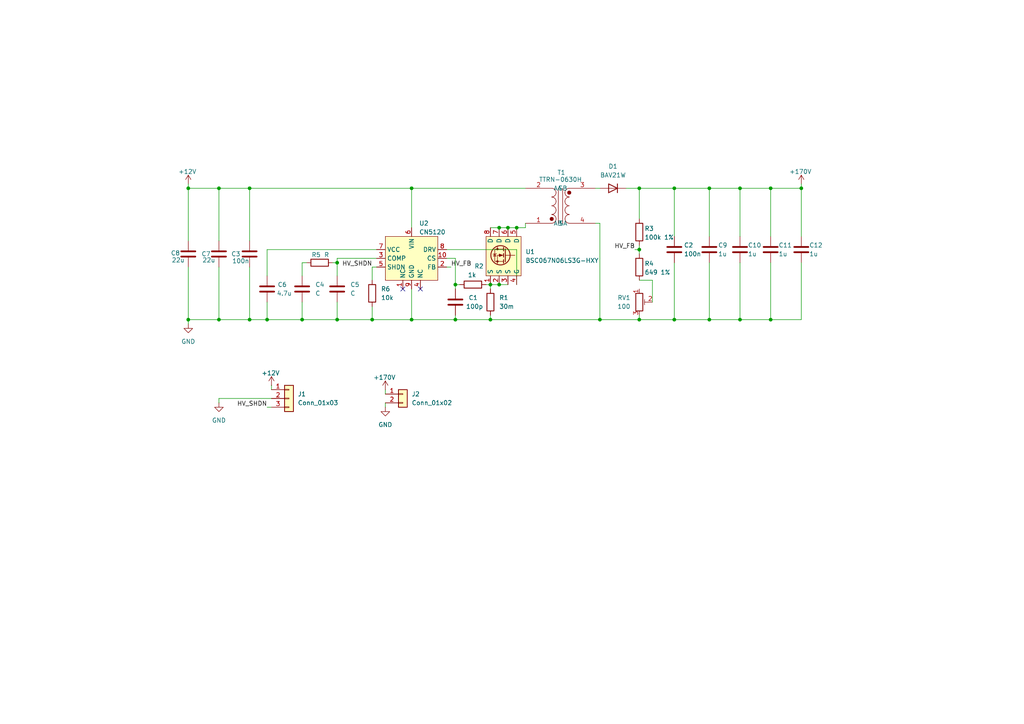
<source format=kicad_sch>
(kicad_sch (version 20231120) (generator "eeschema") (generator_version "8.0")
  (paper "A4")
  (title_block (title "uNixiePSU") (date "2024-10-28") (rev "0") (company "Riccardo Iacob, Arwid Vasilev") (comment 1 "Open Source Hardware - CC BY-NC License"))
  (lib_symbols
    (symbol "Connector_Generic:Conn_01x02" (pin_names (offset 1.016) hide)
      (property "Reference" "J" (at 0 2.54 0))
      (property "Value" "Conn_01x02" (at 0 -5.08 0))
      (symbol "Conn_01x02_1_1"
        (rectangle (start -1.27 -2.413) (end 0 -2.667) (stroke (width 0.1524)))
        (rectangle (start -1.27 0.127) (end 0 -0.127) (stroke (width 0.1524)))
        (rectangle (start -1.27 1.27) (end 1.27 -3.81) (stroke (width 0.254)) (fill (type background)))
        (pin passive line (at -5.08 0 0) (length 3.81) (name "Pin_1") (number "1"))
        (pin passive line (at -5.08 -2.54 0) (length 3.81) (name "Pin_2") (number "2"))
      )
    )
    (symbol "Connector_Generic:Conn_01x03" (pin_names (offset 1.016) hide)
      (property "Reference" "J" (at 0 5.08 0))
      (property "Value" "Conn_01x03" (at 0 -5.08 0))
      (symbol "Conn_01x03_1_1"
        (rectangle (start -1.27 -2.413) (end 0 -2.667) (stroke (width 0.1524)))
        (rectangle (start -1.27 0.127) (end 0 -0.127) (stroke (width 0.1524)))
        (rectangle (start -1.27 2.667) (end 0 2.413) (stroke (width 0.1524)))
        (rectangle (start -1.27 3.81) (end 1.27 -3.81) (stroke (width 0.254)) (fill (type background)))
        (pin passive line (at -5.08 2.54 0) (length 3.81) (name "Pin_1") (number "1"))
        (pin passive line (at -5.08 0 0) (length 3.81) (name "Pin_2") (number "2"))
        (pin passive line (at -5.08 -2.54 0) (length 3.81) (name "Pin_3") (number "3"))
      )
    )
    (symbol "Device:C" (pin_numbers hide) (pin_names (offset 0.254))
      (property "Reference" "C" (at 0.635 2.54 0))
      (property "Value" "C" (at 0.635 -2.54 0))
      (symbol "C_0_1"
        (polyline (pts (xy -2.032 -0.762) (xy 2.032 -0.762)) (stroke (width 0.508)))
        (polyline (pts (xy -2.032 0.762) (xy 2.032 0.762)) (stroke (width 0.508)))
      )
      (symbol "C_1_1"
        (pin passive line (at 0 3.81 270) (length 2.794) (name "~") (number "1"))
        (pin passive line (at 0 -3.81 90) (length 2.794) (name "~") (number "2"))
      )
    )
    (symbol "Device:D" (pin_numbers hide) (pin_names (offset 1.016) hide)
      (property "Reference" "D" (at 0 2.54 0))
      (property "Value" "D" (at 0 -2.54 0))
      (symbol "D_0_1"
        (polyline (pts (xy -1.27 1.27) (xy -1.27 -1.27)) (stroke (width 0.254)))
        (polyline (pts (xy 1.27 0) (xy -1.27 0)))
        (polyline (pts (xy 1.27 1.27) (xy 1.27 -1.27) (xy -1.27 0) (xy 1.27 1.27)) (stroke (width 0.254)))
      )
      (symbol "D_1_1"
        (pin passive line (at -3.81 0 0) (length 2.54) (name "K") (number "1"))
        (pin passive line (at 3.81 0 180) (length 2.54) (name "A") (number "2"))
      )
    )
    (symbol "Device:R" (pin_numbers hide) (pin_names (offset 0))
      (property "Reference" "R" (at 2.032 0 90))
      (property "Value" "R" (at 0 0 90))
      (symbol "R_0_1"
        (rectangle (start -1.016 -2.54) (end 1.016 2.54) (stroke (width 0.254)))
      )
      (symbol "R_1_1"
        (pin passive line (at 0 3.81 270) (length 1.27) (name "~") (number "1"))
        (pin passive line (at 0 -3.81 90) (length 1.27) (name "~") (number "2"))
      )
    )
    (symbol "Device:R_Potentiometer_Trim" (pin_names (offset 1.016) hide)
      (property "Reference" "RV" (at -4.445 0 90))
      (property "Value" "R_Potentiometer_Trim" (at -2.54 0 90))
      (symbol "R_Potentiometer_Trim_0_1"
        (polyline (pts (xy 1.524 0.762) (xy 1.524 -0.762)))
        (polyline (pts (xy 2.54 0) (xy 1.524 0)))
        (rectangle (start 1.016 2.54) (end -1.016 -2.54) (stroke (width 0.254)))
      )
      (symbol "R_Potentiometer_Trim_1_1"
        (pin passive line (at 0 3.81 270) (length 1.27) (name "1") (number "1"))
        (pin passive line (at 3.81 0 180) (length 1.27) (name "2") (number "2"))
        (pin passive line (at 0 -3.81 90) (length 1.27) (name "3") (number "3"))
      )
    )
    (symbol "Riacob:CN5120"
      (property "Reference" "U" (at -4.064 2.794 0))
      (symbol "CN5120_0_1"
        (rectangle (start -1.27 2.54) (end 13.97 -10.16) (fill (type background)))
      )
      (symbol "CN5120_1_1"
        (pin input line (at 3.81 -12.7 90) (length 2.54) (name "NC") (number "1"))
        (pin input line (at 16.51 -3.81 180) (length 2.54) (name "CS") (number "10"))
        (pin input line (at 16.51 -6.35 180) (length 2.54) (name "FB") (number "2"))
        (pin input line (at -3.81 -3.81 0) (length 2.54) (name "COMP") (number "3"))
        (pin input line (at 8.89 -12.7 90) (length 2.54) (name "NC") (number "4"))
        (pin input line (at -3.81 -6.35 0) (length 2.54) (name "SHDN") (number "5"))
        (pin input line (at 6.35 5.08 270) (length 2.54) (name "VIN") (number "6"))
        (pin input line (at -3.81 -1.27 0) (length 2.54) (name "VCC") (number "7"))
        (pin input line (at 16.51 -1.27 180) (length 2.54) (name "DRV") (number "8"))
        (pin input line (at 6.35 -12.7 90) (length 2.54) (name "GND") (number "9"))
      )
    )
    (symbol "Riacob:Q_NMOS_DFN5x6"
      (property "Reference" "U" (at 17.78 0 0))
      (symbol "Q_NMOS_DFN5x6_0_1"
        (polyline (pts (xy 23.622 4.699) (xy 23.622 3.937)))
        (polyline (pts (xy 25.4 0.889) (xy 25.4 -0.127)) (stroke (width 0.254)))
        (polyline (pts (xy 25.4 2.667) (xy 25.4 1.651)) (stroke (width 0.254)))
        (polyline (pts (xy 25.4 4.445) (xy 25.4 3.429)) (stroke (width 0.254)))
        (polyline (pts (xy 25.908 2.159) (xy 28.702 2.159)))
        (polyline (pts (xy 25.908 4.064) (xy 25.908 0.254)) (stroke (width 0.254)))
        (polyline (pts (xy 23.622 -0.381) (xy 23.622 2.159) (xy 25.4 2.159)))
        (polyline (pts (xy 22.86 2.54) (xy 23.241 1.905) (xy 22.479 1.905) (xy 22.86 2.54)))
        (polyline (pts (xy 23.368 2.667) (xy 23.241 2.54) (xy 22.479 2.54) (xy 22.352 2.413)))
        (polyline (pts (xy 25.146 2.159) (xy 24.13 2.54) (xy 24.13 1.778) (xy 25.146 2.159)) (fill (type outline)))
        (polyline (pts (xy 25.4 0.381) (xy 22.86 0.381) (xy 22.86 3.937) (xy 25.4 3.937)))
        (rectangle (start 20.32 7.62) (end 30.48 -3.81) (fill (type background)))
        (circle (center 23.622 0.381) (radius 0.254) (fill (type outline)))
        (circle (center 23.622 3.937) (radius 0.254) (fill (type outline)))
        (circle (center 24.511 2.159) (radius 2.794) (stroke (width 0.254)))
      )
      (symbol "Q_NMOS_DFN5x6_1_1"
        (pin input line (at 21.59 -6.35 90) (length 2.54) (name "S") (number "1"))
        (pin input line (at 24.13 -6.35 90) (length 2.54) (name "S") (number "2"))
        (pin input line (at 26.67 -6.35 90) (length 2.54) (name "S") (number "3"))
        (pin input line (at 29.21 -6.35 90) (length 2.54) (name "G") (number "4"))
        (pin input line (at 29.21 10.16 270) (length 2.54) (name "D") (number "5"))
        (pin input line (at 26.67 10.16 270) (length 2.54) (name "D") (number "6"))
        (pin input line (at 24.13 10.16 270) (length 2.54) (name "D") (number "7"))
        (pin input line (at 21.59 10.16 270) (length 2.54) (name "D") (number "8"))
      )
    )
    (symbol "Riacob:TFM_TTRN-0630H"
      (property "Reference" "T" (at -4.064 -6.604 0))
      (symbol "TFM_TTRN-0630H_0_1"
        (arc (start -6.35 -3.7846) (mid -5.4661 -3.4163) (end -5.08 -2.54))
        (circle (center -6.35 -2.54) (radius 0.5) (fill (type outline)))
        (arc (start -6.35 -1.2446) (mid -5.4661 -0.8763) (end -5.08 0))
        (arc (start -6.35 1.2954) (mid -5.4661 1.6637) (end -5.08 2.54))
        (arc (start -6.35 3.8354) (mid -5.4661 4.2037) (end -5.08 5.08))
        (arc (start -5.08 -2.54) (mid -5.452 -1.642) (end -6.35 -1.27))
        (arc (start -5.08 0) (mid -5.452 0.898) (end -6.35 1.27))
        (arc (start -5.08 2.54) (mid -5.452 3.438) (end -6.35 3.81))
        (arc (start -5.08 5.08) (mid -5.452 5.978) (end -6.35 6.35))
        (arc (start -2.5146 0) (mid -2.1501 -0.8801) (end -1.27 -1.2446))
        (arc (start -2.5146 2.54) (mid -2.1501 1.6599) (end -1.27 1.2954))
        (arc (start -2.5146 5.08) (mid -2.1501 4.1999) (end -1.27 3.8354))
        (arc (start -2.4892 -2.54) (mid -2.1246 -3.4199) (end -1.2446 -3.7846))
        (arc (start -1.27 1.27) (mid -2.1642 0.9015) (end -2.5146 0))
        (arc (start -1.27 3.81) (mid -2.1642 3.4415) (end -2.5146 2.54))
        (circle (center -1.27 5.08) (radius 0.5) (fill (type outline)))
        (arc (start -1.27 6.35) (mid -2.1642 5.9815) (end -2.5146 5.08))
        (arc (start -1.2446 -1.27) (mid -2.1391 -1.6383) (end -2.4892 -2.54))
        (polyline (pts (xy -4.445 6.35) (xy -4.445 -3.81)))
        (polyline (pts (xy -3.175 -3.81) (xy -3.175 6.35)))
      )
      (symbol "TFM_TTRN-0630H_1_1"
        (pin passive line (at -13.97 -3.81 0) (length 7.62) (name "AB") (number "1"))
        (pin passive line (at -13.97 6.35 0) (length 7.62) (name "AA") (number "2"))
        (pin passive line (at 6.35 6.35 180) (length 7.62) (name "SB") (number "3"))
        (pin passive line (at 6.35 -3.81 180) (length 7.62) (name "SA") (number "4"))
      )
    )
    (symbol "power:GND" (power) (pin_numbers hide) (pin_names (offset 0) hide)
      (property "Value" "GND" (at 0 -3.81 0))
      (symbol "GND_0_1"
        (polyline (pts (xy 0 0) (xy 0 -1.27) (xy 1.27 -1.27) (xy 0 -2.54) (xy -1.27 -1.27) (xy 0 -1.27)))
      )
      (symbol "GND_1_1"
        (pin power_in line (at 0 0 270) (length 0) (name "~") (number "1"))
      )
    )
    (symbol "power:VCC" (power) (pin_numbers hide) (pin_names (offset 0) hide)
      (property "Value" "VCC" (at 0 3.556 0))
      (symbol "VCC_0_1"
        (polyline (pts (xy -0.762 1.27) (xy 0 2.54)))
        (polyline (pts (xy 0 0) (xy 0 2.54)))
        (polyline (pts (xy 0 2.54) (xy 0.762 1.27)))
      )
      (symbol "VCC_1_1"
        (pin power_in line (at 0 0 90) (length 0) (name "~") (number "1"))
      )
    )
  )
  (junction (at 63.5 92.71))
  (junction (at 147.32 66.04))
  (junction (at 77.47 92.71))
  (junction (at 132.08 92.71))
  (junction (at 205.74 54.61))
  (junction (at 97.79 92.71))
  (junction (at 149.86 66.04))
  (junction (at 119.38 54.61))
  (junction (at 132.08 82.55))
  (junction (at 214.63 54.61))
  (junction (at 63.5 54.61))
  (junction (at 119.38 92.71))
  (junction (at 223.52 92.71))
  (junction (at 144.78 66.04))
  (junction (at 54.61 54.61))
  (junction (at 87.63 92.71))
  (junction (at 185.42 54.61))
  (junction (at 205.74 92.71))
  (junction (at 142.24 92.71))
  (junction (at 223.52 54.61))
  (junction (at 72.39 54.61))
  (junction (at 185.42 72.39))
  (junction (at 214.63 92.71))
  (junction (at 107.95 92.71))
  (junction (at 195.58 92.71))
  (junction (at 195.58 54.61))
  (junction (at 142.24 82.55))
  (junction (at 97.79 76.2))
  (junction (at 185.42 92.71))
  (junction (at 54.61 92.71))
  (junction (at 144.78 82.55))
  (junction (at 173.99 92.71))
  (junction (at 232.41 54.61))
  (junction (at 72.39 92.71))
  (no_connect (at 116.84 83.82))
  (no_connect (at 121.92 83.82))
  (wire (pts (xy 232.41 53.34) (xy 232.41 54.61)))
  (wire (pts (xy 107.95 88.9) (xy 107.95 92.71)))
  (wire (pts (xy 223.52 54.61) (xy 232.41 54.61)))
  (wire (pts (xy 63.5 115.57) (xy 63.5 116.84)))
  (wire (pts (xy 87.63 80.01) (xy 87.63 76.2)))
  (wire (pts (xy 142.24 82.55) (xy 144.78 82.55)))
  (wire (pts (xy 132.08 91.44) (xy 132.08 92.71)))
  (wire (pts (xy 185.42 63.5) (xy 185.42 54.61)))
  (wire (pts (xy 185.42 72.39) (xy 185.42 73.66)))
  (wire (pts (xy 130.81 77.47) (xy 129.54 77.47)))
  (wire (pts (xy 185.42 91.44) (xy 185.42 92.71)))
  (wire (pts (xy 173.99 64.77) (xy 173.99 92.71)))
  (wire (pts (xy 54.61 92.71) (xy 54.61 93.98)))
  (wire (pts (xy 142.24 82.55) (xy 142.24 83.82)))
  (wire (pts (xy 140.97 82.55) (xy 142.24 82.55)))
  (wire (pts (xy 232.41 68.58) (xy 232.41 54.61)))
  (wire (pts (xy 147.32 66.04) (xy 149.86 66.04)))
  (wire (pts (xy 149.86 72.39) (xy 149.86 82.55)))
  (wire (pts (xy 133.35 82.55) (xy 132.08 82.55)))
  (wire (pts (xy 132.08 92.71) (xy 142.24 92.71)))
  (wire (pts (xy 54.61 77.47) (xy 54.61 92.71)))
  (wire (pts (xy 54.61 92.71) (xy 63.5 92.71)))
  (wire (pts (xy 152.4 66.04) (xy 152.4 64.77)))
  (wire (pts (xy 107.95 92.71) (xy 119.38 92.71)))
  (wire (pts (xy 214.63 54.61) (xy 223.52 54.61)))
  (wire (pts (xy 189.23 81.28) (xy 185.42 81.28)))
  (wire (pts (xy 97.79 92.71) (xy 107.95 92.71)))
  (wire (pts (xy 185.42 71.12) (xy 185.42 72.39)))
  (wire (pts (xy 181.61 54.61) (xy 185.42 54.61)))
  (wire (pts (xy 223.52 68.58) (xy 223.52 54.61)))
  (wire (pts (xy 96.52 76.2) (xy 97.79 76.2)))
  (wire (pts (xy 87.63 76.2) (xy 88.9 76.2)))
  (wire (pts (xy 132.08 82.55) (xy 132.08 83.82)))
  (wire (pts (xy 195.58 54.61) (xy 185.42 54.61)))
  (wire (pts (xy 97.79 80.01) (xy 97.79 76.2)))
  (wire (pts (xy 77.47 118.11) (xy 78.74 118.11)))
  (wire (pts (xy 195.58 76.2) (xy 195.58 92.71)))
  (wire (pts (xy 119.38 92.71) (xy 132.08 92.71)))
  (wire (pts (xy 77.47 80.01) (xy 77.47 72.39)))
  (wire (pts (xy 144.78 82.55) (xy 147.32 82.55)))
  (wire (pts (xy 214.63 54.61) (xy 205.74 54.61)))
  (wire (pts (xy 223.52 76.2) (xy 223.52 92.71)))
  (wire (pts (xy 129.54 74.93) (xy 132.08 74.93)))
  (wire (pts (xy 77.47 72.39) (xy 109.22 72.39)))
  (wire (pts (xy 205.74 54.61) (xy 205.74 68.58)))
  (wire (pts (xy 97.79 74.93) (xy 97.79 76.2)))
  (wire (pts (xy 205.74 92.71) (xy 195.58 92.71)))
  (wire (pts (xy 132.08 74.93) (xy 132.08 82.55)))
  (wire (pts (xy 232.41 92.71) (xy 223.52 92.71)))
  (wire (pts (xy 72.39 54.61) (xy 119.38 54.61)))
  (wire (pts (xy 214.63 92.71) (xy 205.74 92.71)))
  (wire (pts (xy 172.72 54.61) (xy 173.99 54.61)))
  (wire (pts (xy 173.99 64.77) (xy 172.72 64.77)))
  (wire (pts (xy 72.39 92.71) (xy 77.47 92.71)))
  (wire (pts (xy 119.38 54.61) (xy 119.38 66.04)))
  (wire (pts (xy 72.39 69.85) (xy 72.39 54.61)))
  (wire (pts (xy 144.78 66.04) (xy 147.32 66.04)))
  (wire (pts (xy 142.24 91.44) (xy 142.24 92.71)))
  (wire (pts (xy 107.95 77.47) (xy 107.95 81.28)))
  (wire (pts (xy 214.63 68.58) (xy 214.63 54.61)))
  (wire (pts (xy 77.47 87.63) (xy 77.47 92.71)))
  (wire (pts (xy 54.61 54.61) (xy 63.5 54.61)))
  (wire (pts (xy 63.5 69.85) (xy 63.5 54.61)))
  (wire (pts (xy 97.79 74.93) (xy 109.22 74.93)))
  (wire (pts (xy 205.74 54.61) (xy 195.58 54.61)))
  (wire (pts (xy 214.63 76.2) (xy 214.63 92.71)))
  (wire (pts (xy 54.61 53.34) (xy 54.61 54.61)))
  (wire (pts (xy 87.63 87.63) (xy 87.63 92.71)))
  (wire (pts (xy 77.47 92.71) (xy 87.63 92.71)))
  (wire (pts (xy 189.23 87.63) (xy 189.23 81.28)))
  (wire (pts (xy 111.76 113.03) (xy 111.76 114.3)))
  (wire (pts (xy 107.95 77.47) (xy 109.22 77.47)))
  (wire (pts (xy 63.5 92.71) (xy 72.39 92.71)))
  (wire (pts (xy 232.41 76.2) (xy 232.41 92.71)))
  (wire (pts (xy 185.42 92.71) (xy 195.58 92.71)))
  (wire (pts (xy 195.58 68.58) (xy 195.58 54.61)))
  (wire (pts (xy 111.76 116.84) (xy 111.76 118.11)))
  (wire (pts (xy 142.24 66.04) (xy 144.78 66.04)))
  (wire (pts (xy 119.38 83.82) (xy 119.38 92.71)))
  (wire (pts (xy 63.5 54.61) (xy 72.39 54.61)))
  (wire (pts (xy 129.54 72.39) (xy 149.86 72.39)))
  (wire (pts (xy 78.74 115.57) (xy 63.5 115.57)))
  (wire (pts (xy 97.79 87.63) (xy 97.79 92.71)))
  (wire (pts (xy 63.5 77.47) (xy 63.5 92.71)))
  (wire (pts (xy 223.52 92.71) (xy 214.63 92.71)))
  (wire (pts (xy 149.86 66.04) (xy 152.4 66.04)))
  (wire (pts (xy 54.61 69.85) (xy 54.61 54.61)))
  (wire (pts (xy 87.63 92.71) (xy 97.79 92.71)))
  (wire (pts (xy 173.99 92.71) (xy 185.42 92.71)))
  (wire (pts (xy 142.24 92.71) (xy 173.99 92.71)))
  (wire (pts (xy 184.15 72.39) (xy 185.42 72.39)))
  (wire (pts (xy 205.74 76.2) (xy 205.74 92.71)))
  (wire (pts (xy 152.4 54.61) (xy 119.38 54.61)))
  (wire (pts (xy 78.74 111.76) (xy 78.74 113.03)))
  (wire (pts (xy 72.39 77.47) (xy 72.39 92.71)))
  (label "HV_FB" (at 130.81 77.47 0))
  (label "HV_FB" (at 184.15 72.39 180))
  (label "HV_SHDN" (at 107.95 77.47 180))
  (label "HV_SHDN" (at 77.47 118.11 180))
  (symbol (lib_id "Device:R") (at 137.16 82.55 270) (unit 1)
    (property "Reference" "R2" (at 138.938 77.216 90))
    (property "Value" "1k" (at 136.906 79.756 90))
    (property "Footprint" "Resistor_SMD:R_0603_1608Metric" (effects (hide yes)))
    (property "Description" "Resistor" (effects (hide yes)))
    (property "LCSC" "C2907113" (effects (hide yes)))
  )
  (symbol (lib_id "Device:C") (at 63.5 73.66 0) (unit 1)
    (property "Reference" "C7" (at 58.42 73.66 0) (effects (justify left)))
    (property "Value" "22u" (at 58.674 75.438 0) (effects (justify left)))
    (property "Footprint" "Capacitor_SMD:C_0805_2012Metric" (effects (hide yes)))
    (property "Description" "Unpolarized capacitor" (effects (hide yes)))
    (property "LCSC" "C6119898" (effects (hide yes)))
  )
  (symbol (lib_id "Device:R") (at 185.42 67.31 0) (unit 1)
    (property "Reference" "R3" (at 186.944 66.294 0) (effects (justify left)))
    (property "Value" "100k 1%" (at 186.944 68.834 0) (effects (justify left)))
    (property "Footprint" "Resistor_SMD:R_0805_2012Metric" (effects (hide yes)))
    (property "Description" "Resistor" (effects (hide yes)))
    (property "LCSC" "C2907217" (effects (hide yes)))
  )
  (symbol (lib_id "Device:C") (at 77.47 83.82 0) (unit 1)
    (property "Reference" "C6" (at 80.518 82.55 0) (effects (justify left)))
    (property "Value" "4.7u" (at 80.264 85.09 0) (effects (justify left)))
    (property "Footprint" "Capacitor_SMD:C_0603_1608Metric" (effects (hide yes)))
    (property "Description" "Unpolarized capacitor" (effects (hide yes)))
    (property "LCSC" "C6119855" (effects (hide yes)))
  )
  (symbol (lib_id "Device:C") (at 97.79 83.82 0) (unit 1)
    (property "Reference" "C5" (at 101.6 82.5499 0) (effects (justify left)))
    (property "Value" "C" (at 101.6 85.0899 0) (effects (justify left)))
    (property "Footprint" "Capacitor_SMD:C_0603_1608Metric" (effects (hide yes)))
    (property "Description" "Unpolarized capacitor" (effects (hide yes)))
  )
  (symbol (lib_id "Device:C") (at 72.39 73.66 0) (unit 1)
    (property "Reference" "C3" (at 67.056 73.66 0) (effects (justify left)))
    (property "Value" "100n" (at 67.31 75.692 0) (effects (justify left)))
    (property "Footprint" "Capacitor_SMD:C_0603_1608Metric" (effects (hide yes)))
    (property "Description" "Unpolarized capacitor" (effects (hide yes)))
    (property "LCSC" "C7503480" (effects (hide yes)))
  )
  (symbol (lib_id "Device:C") (at 214.63 72.39 0) (unit 1)
    (property "Reference" "C10" (at 216.916 71.12 0) (effects (justify left)))
    (property "Value" "1u" (at 216.916 73.66 0) (effects (justify left)))
    (property "Footprint" "Capacitor_SMD:C_1812_4532Metric" (effects (hide yes)))
    (property "Description" "Unpolarized capacitor" (effects (hide yes)))
    (property "LCSC" "C840322" (effects (hide yes)))
  )
  (symbol (lib_id "Device:R") (at 92.71 76.2 270) (unit 1)
    (property "Reference" "R5" (at 91.694 73.914 90))
    (property "Value" "R" (at 94.742 73.914 90))
    (property "Footprint" "Resistor_SMD:R_0603_1608Metric" (effects (hide yes)))
    (property "Description" "Resistor" (effects (hide yes)))
  )
  (symbol (lib_id "power:GND") (at 63.5 116.84 0) (unit 1)
    (property "Reference" "#PWR07" (effects (hide yes)))
    (property "Value" "GND" (at 63.5 121.92 0))
    (property "Description" "Power symbol creates a global label with name \"GND\" , ground" (effects (hide yes)))
  )
  (symbol (lib_id "Device:C") (at 205.74 72.39 0) (unit 1)
    (property "Reference" "C9" (at 208.28 71.12 0) (effects (justify left)))
    (property "Value" "1u" (at 208.28 73.66 0) (effects (justify left)))
    (property "Footprint" "Capacitor_SMD:C_1812_4532Metric" (effects (hide yes)))
    (property "Description" "Unpolarized capacitor" (effects (hide yes)))
    (property "LCSC" "C840322" (effects (hide yes)))
  )
  (symbol (lib_id "power:VCC") (at 78.74 111.76 0) (unit 1)
    (property "Reference" "#PWR06" (effects (hide yes)))
    (property "Value" "+12V" (at 78.486 108.204 0))
    (property "Description" "Power symbol creates a global label with name \"VCC\"" (effects (hide yes)))
  )
  (symbol (lib_id "power:GND") (at 54.61 93.98 0) (unit 1)
    (property "Reference" "#PWR01" (effects (hide yes)))
    (property "Value" "GND" (at 54.61 99.06 0))
    (property "Description" "Power symbol creates a global label with name \"GND\" , ground" (effects (hide yes)))
  )
  (symbol (lib_id "Device:C") (at 132.08 87.63 0) (unit 1)
    (property "Reference" "C1" (at 135.89 86.3599 0) (effects (justify left)))
    (property "Value" "100p" (at 135.128 88.9 0) (effects (justify left)))
    (property "Footprint" "Capacitor_SMD:C_0805_2012Metric" (effects (hide yes)))
    (property "Description" "Unpolarized capacitor" (effects (hide yes)))
    (property "LCSC" "C5186766" (effects (hide yes)))
  )
  (symbol (lib_id "Riacob:TFM_TTRN-0630H") (at 166.37 60.96 0) (unit 1)
    (property "Reference" "T1" (at 162.814 50.038 0))
    (property "Value" "TTRN-0630H" (at 162.56 52.07 0))
    (property "Footprint" "Riacob:TFM_TTRN-0630H" (effects (hide yes)))
  )
  (symbol (lib_id "Device:C") (at 195.58 72.39 0) (unit 1)
    (property "Reference" "C2" (at 198.374 71.12 0) (effects (justify left)))
    (property "Value" "100n" (at 198.374 73.66 0) (effects (justify left)))
    (property "Footprint" "Capacitor_SMD:C_1206_3216Metric" (effects (hide yes)))
    (property "Description" "Unpolarized capacitor" (effects (hide yes)))
    (property "LCSC" "C7503480" (effects (hide yes)))
  )
  (symbol (lib_id "Device:C") (at 54.61 73.66 0) (unit 1)
    (property "Reference" "C8" (at 49.53 73.406 0) (effects (justify left)))
    (property "Value" "22u" (at 49.784 75.438 0) (effects (justify left)))
    (property "Footprint" "Capacitor_SMD:C_0805_2012Metric" (effects (hide yes)))
    (property "Description" "Unpolarized capacitor" (effects (hide yes)))
    (property "LCSC" "C6119898" (effects (hide yes)))
  )
  (symbol (lib_id "power:GND") (at 111.76 118.11 0) (unit 1)
    (property "Reference" "#PWR05" (effects (hide yes)))
    (property "Value" "GND" (at 111.76 123.19 0))
    (property "Description" "Power symbol creates a global label with name \"GND\" , ground" (effects (hide yes)))
  )
  (symbol (lib_id "Device:D") (at 177.8 54.61 180) (unit 1)
    (property "Reference" "D1" (at 177.8 48.26 0))
    (property "Value" "BAV21W" (at 177.8 50.8 0))
    (property "Footprint" "Diode_SMD:D_SOD-123" (effects (hide yes)))
    (property "Description" "Diode" (effects (hide yes)))
    (property "Sim.Device" "D" (effects (hide yes)))
    (property "Sim.Pins" "1=K 2=A" (effects (hide yes)))
    (property "LCSC" "C3011088" (effects (hide yes)))
  )
  (symbol (lib_id "power:VCC") (at 111.76 113.03 0) (unit 1)
    (property "Reference" "#PWR04" (effects (hide yes)))
    (property "Value" "+170V" (at 111.506 109.474 0))
    (property "Description" "Power symbol creates a global label with name \"VCC\"" (effects (hide yes)))
  )
  (symbol (lib_id "power:VCC") (at 232.41 53.34 0) (unit 1)
    (property "Reference" "#PWR03" (effects (hide yes)))
    (property "Value" "+170V" (at 232.156 49.784 0))
    (property "Description" "Power symbol creates a global label with name \"VCC\"" (effects (hide yes)))
  )
  (symbol (lib_id "power:VCC") (at 54.61 53.34 0) (unit 1)
    (property "Reference" "#PWR02" (effects (hide yes)))
    (property "Value" "+12V" (at 54.356 49.784 0))
    (property "Description" "Power symbol creates a global label with name \"VCC\"" (effects (hide yes)))
  )
  (symbol (lib_id "Riacob:CN5120") (at 113.03 71.12 0) (unit 1)
    (property "Reference" "U2" (at 121.5741 64.77 0) (effects (justify left)))
    (property "Value" "CN5120" (at 121.5741 67.31 0) (effects (justify left)))
    (property "Footprint" "Package_SO:SSOP-10-1EP_3.9x4.9mm_P1mm_EP2.1x3.3mm" (effects (hide yes)))
    (property "LCSC" "C128237" (effects (hide yes)))
  )
  (symbol (lib_id "Connector_Generic:Conn_01x03") (at 83.82 115.57 0) (unit 1)
    (property "Reference" "J1" (at 86.36 114.2999 0) (effects (justify left)))
    (property "Value" "Conn_01x03" (at 86.36 116.8399 0) (effects (justify left)))
    (property "Footprint" "Connector_PinSocket_2.54mm:PinSocket_1x03_P2.54mm_Vertical" (effects (hide yes)))
    (property "Description" "Generic connector, single row, 01x03, script generated (kicad-library-utils/schlib/autogen/connector/)" (effects (hide yes)))
  )
  (symbol (lib_id "Device:R") (at 142.24 87.63 0) (unit 1)
    (property "Reference" "R1" (at 144.78 86.3599 0) (effects (justify left)))
    (property "Value" "30m" (at 144.78 88.8999 0) (effects (justify left)))
    (property "Footprint" "Resistor_SMD:R_1206_3216Metric" (effects (hide yes)))
    (property "Description" "Resistor" (effects (hide yes)))
    (property "LCSC" "C375524" (effects (hide yes)))
  )
  (symbol (lib_id "Device:C") (at 87.63 83.82 0) (unit 1)
    (property "Reference" "C4" (at 91.44 82.5499 0) (effects (justify left)))
    (property "Value" "C" (at 91.44 85.0899 0) (effects (justify left)))
    (property "Footprint" "Capacitor_SMD:C_0603_1608Metric" (effects (hide yes)))
    (property "Description" "Unpolarized capacitor" (effects (hide yes)))
  )
  (symbol (lib_id "Device:R") (at 185.42 77.47 0) (unit 1)
    (property "Reference" "R4" (at 186.944 76.454 0) (effects (justify left)))
    (property "Value" "649 1%" (at 186.944 78.994 0) (effects (justify left)))
    (property "Footprint" "Resistor_SMD:R_0805_2012Metric" (effects (hide yes)))
    (property "Description" "Resistor" (effects (hide yes)))
    (property "LCSC" "C7467456" (effects (hide yes)))
  )
  (symbol (lib_id "Connector_Generic:Conn_01x02") (at 116.84 114.3 0) (unit 1)
    (property "Reference" "J2" (at 119.38 114.2999 0) (effects (justify left)))
    (property "Value" "Conn_01x02" (at 119.38 116.8399 0) (effects (justify left)))
    (property "Footprint" "Connector_PinSocket_2.54mm:PinSocket_1x02_P2.54mm_Vertical" (effects (hide yes)))
    (property "Description" "Generic connector, single row, 01x02, script generated (kicad-library-utils/schlib/autogen/connector/)" (effects (hide yes)))
  )
  (symbol (lib_id "Device:R") (at 107.95 85.09 0) (unit 1)
    (property "Reference" "R6" (at 110.49 83.8199 0) (effects (justify left)))
    (property "Value" "10k" (at 110.49 86.3599 0) (effects (justify left)))
    (property "Footprint" "Resistor_SMD:R_0603_1608Metric" (effects (hide yes)))
    (property "Description" "Resistor" (effects (hide yes)))
    (property "LCSC" " C15401" (effects (hide yes)))
  )
  (symbol (lib_id "Device:C") (at 223.52 72.39 0) (unit 1)
    (property "Reference" "C11" (at 225.806 71.12 0) (effects (justify left)))
    (property "Value" "1u" (at 225.806 73.66 0) (effects (justify left)))
    (property "Footprint" "Capacitor_SMD:C_1812_4532Metric" (effects (hide yes)))
    (property "Description" "Unpolarized capacitor" (effects (hide yes)))
    (property "LCSC" "C840322" (effects (hide yes)))
  )
  (symbol (lib_id "Riacob:Q_NMOS_DFN5x6") (at 120.65 76.2 0) (unit 1)
    (property "Reference" "U1" (at 152.4 73.0249 0) (effects (justify left)))
    (property "Value" "BSC067N06LS3G-HXY" (at 152.4 75.5649 0) (effects (justify left)))
    (property "Footprint" "Package_DFN_QFN:AO_DFN-8-1EP_5.55x5.2mm_P1.27mm_EP4.12x4.6mm" (effects (hide yes)))
    (property "LCSC" "C7543016" (effects (hide yes)))
  )
  (symbol (lib_id "Device:C") (at 232.41 72.39 0) (unit 1)
    (property "Reference" "C12" (at 234.696 71.12 0) (effects (justify left)))
    (property "Value" "1u" (at 234.696 73.66 0) (effects (justify left)))
    (property "Footprint" "Capacitor_SMD:C_1812_4532Metric" (effects (hide yes)))
    (property "Description" "Unpolarized capacitor" (effects (hide yes)))
    (property "LCSC" "C840322" (effects (hide yes)))
  )
  (symbol (lib_id "Device:R_Potentiometer_Trim") (at 185.42 87.63 0) (unit 1)
    (property "Reference" "RV1" (at 182.88 86.3599 0) (effects (justify right)))
    (property "Value" "100" (at 182.88 88.8999 0) (effects (justify right)))
    (property "Footprint" "Riacob:RES-ADJ-SMD_VG039NCH" (effects (hide yes)))
    (property "Description" "Trim-potentiometer" (effects (hide yes)))
    (property "LCSC" "C913246" (effects (hide yes)))
  )
)
</source>
